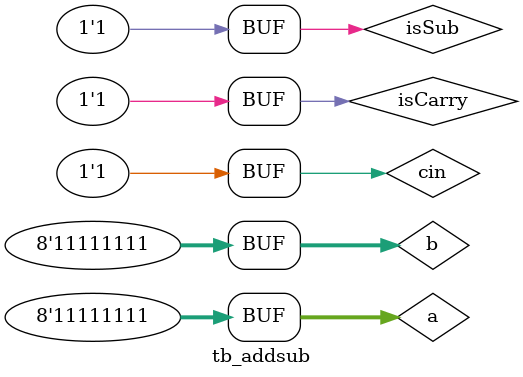
<source format=v>
`timescale 1ns/1ps

module tb_addsub();
    reg [7:0] a;
    reg [7:0] b;
    reg cin;
    reg isSub;
    reg isCarry;
    wire [7:0] q;
    wire cout;

    addsub testGate(
        .a(a),
        .b(b),
        .isSub(isSub),
        .isCarry(isCarry),
        .cin(cin),

        .q(q),
        .cout(cout)
    );

    initial begin
        a = 106;
        b = 44;
        cin = 0;
        isSub = 0;
        isCarry = 0;
        #1000;
        isCarry = 1;
        #1000;
        cin = 1;
        #1000;
        isSub = 1;
        #1000;
        cin = 0;
        #1000;
        isCarry = 0;
        #1000;
        a = 0;
        b = 0;
        isSub = 0;
        cin = 0;
        isCarry = 0;
        #1000;
        cin = 1;
        isCarry = 1;
        isSub = 1;
        a = 255;
        b = 255;
        #1000;
    end
endmodule
</source>
